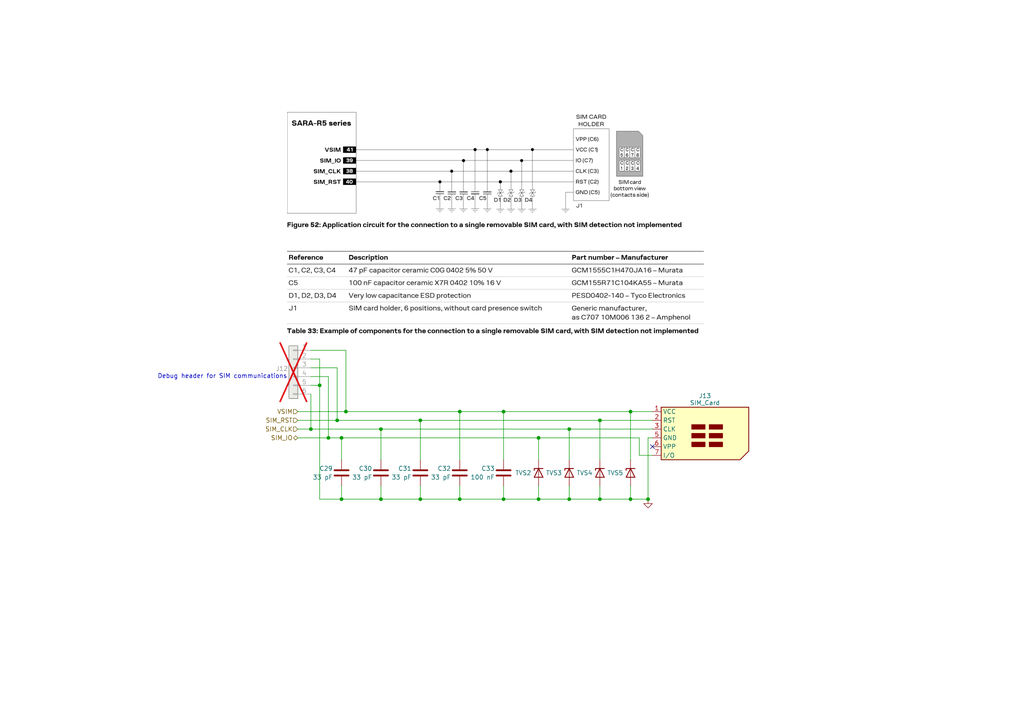
<source format=kicad_sch>
(kicad_sch (version 20231120) (generator "eeschema") (generator_version "8.0")
  (paper "A4")
  (title_block (title "Iida devkit") (date "2024-09-21") (rev "v4.1.0"))
  (lib_symbols
    (symbol "Connector:SIM_Card"
      (property "Reference" "J" (at -2.54 12.7 0))
      (property "Value" "SIM_Card" (at -1.27 10.16 0))
      (symbol "SIM_Card_0_1"
        (rectangle (start -1.27 -2.54) (end 2.54 -1.27) (stroke (width 0.254)) (fill (type outline)))
        (rectangle (start -1.27 0) (end 2.54 1.27) (stroke (width 0.254)) (fill (type outline)))
        (rectangle (start -1.27 2.54) (end 2.54 3.81) (stroke (width 0.254)) (fill (type outline)))
        (polyline (pts (xy -10.16 8.89) (xy 15.24 8.89) (xy 15.24 -3.81) (xy 12.7 -6.35) (xy -10.16 -6.35) (xy -10.16 8.89)) (stroke (width 0.254)) (fill (type background)))
        (rectangle (start 3.81 -1.27) (end 7.62 -2.54) (stroke (width 0.254)) (fill (type outline)))
        (rectangle (start 3.81 0) (end 7.62 1.27) (stroke (width 0.254)) (fill (type outline)))
        (rectangle (start 3.81 2.54) (end 7.62 3.81) (stroke (width 0.254)) (fill (type outline)))
      )
      (symbol "SIM_Card_1_1"
        (pin power_in line (at -12.7 7.62 0) (length 2.54) (name "VCC") (number "1"))
        (pin input line (at -12.7 5.08 0) (length 2.54) (name "RST") (number "2"))
        (pin input line (at -12.7 2.54 0) (length 2.54) (name "CLK") (number "3"))
        (pin power_in line (at -12.7 0 0) (length 2.54) (name "GND") (number "5"))
        (pin input line (at -12.7 -2.54 0) (length 2.54) (name "VPP") (number "6"))
        (pin bidirectional line (at -12.7 -5.08 0) (length 2.54) (name "I/O") (number "7"))
      )
    )
    (symbol "Connector_Generic:Conn_01x06" (pin_names (offset 1.016) hide)
      (property "Reference" "J" (at 0 7.62 0))
      (property "Value" "Conn_01x06" (at 0 -10.16 0))
      (symbol "Conn_01x06_1_1"
        (rectangle (start -1.27 -7.493) (end 0 -7.747) (stroke (width 0.1524)))
        (rectangle (start -1.27 -4.953) (end 0 -5.207) (stroke (width 0.1524)))
        (rectangle (start -1.27 -2.413) (end 0 -2.667) (stroke (width 0.1524)))
        (rectangle (start -1.27 0.127) (end 0 -0.127) (stroke (width 0.1524)))
        (rectangle (start -1.27 2.667) (end 0 2.413) (stroke (width 0.1524)))
        (rectangle (start -1.27 5.207) (end 0 4.953) (stroke (width 0.1524)))
        (rectangle (start -1.27 6.35) (end 1.27 -8.89) (stroke (width 0.254)) (fill (type background)))
        (pin passive line (at -5.08 5.08 0) (length 3.81) (name "Pin_1") (number "1"))
        (pin passive line (at -5.08 2.54 0) (length 3.81) (name "Pin_2") (number "2"))
        (pin passive line (at -5.08 0 0) (length 3.81) (name "Pin_3") (number "3"))
        (pin passive line (at -5.08 -2.54 0) (length 3.81) (name "Pin_4") (number "4"))
        (pin passive line (at -5.08 -5.08 0) (length 3.81) (name "Pin_5") (number "5"))
        (pin passive line (at -5.08 -7.62 0) (length 3.81) (name "Pin_6") (number "6"))
      )
    )
    (symbol "Device:C" (pin_numbers hide) (pin_names (offset 0.254))
      (property "Reference" "C" (at 0.635 2.54 0))
      (property "Value" "C" (at 0.635 -2.54 0))
      (symbol "C_0_1"
        (polyline (pts (xy -2.032 -0.762) (xy 2.032 -0.762)) (stroke (width 0.508)))
        (polyline (pts (xy -2.032 0.762) (xy 2.032 0.762)) (stroke (width 0.508)))
      )
      (symbol "C_1_1"
        (pin passive line (at 0 3.81 270) (length 2.794) (name "~") (number "1"))
        (pin passive line (at 0 -3.81 90) (length 2.794) (name "~") (number "2"))
      )
    )
    (symbol "Device:D_Zener" (pin_numbers hide) (pin_names (offset 1.016) hide)
      (property "Reference" "D" (at 0 2.54 0))
      (property "Value" "D_Zener" (at 0 -2.54 0))
      (symbol "D_Zener_0_1"
        (polyline (pts (xy 1.27 0) (xy -1.27 0)))
        (polyline (pts (xy -1.27 -1.27) (xy -1.27 1.27) (xy -0.762 1.27)) (stroke (width 0.254)))
        (polyline (pts (xy 1.27 -1.27) (xy 1.27 1.27) (xy -1.27 0) (xy 1.27 -1.27)) (stroke (width 0.254)))
      )
      (symbol "D_Zener_1_1"
        (pin passive line (at -3.81 0 0) (length 2.54) (name "K") (number "1"))
        (pin passive line (at 3.81 0 180) (length 2.54) (name "A") (number "2"))
      )
    )
    (symbol "power:GND" (power) (pin_numbers hide) (pin_names (offset 0) hide)
      (property "Value" "GND" (at 0 -3.81 0))
      (symbol "GND_0_1"
        (polyline (pts (xy 0 0) (xy 0 -1.27) (xy 1.27 -1.27) (xy 0 -2.54) (xy -1.27 -1.27) (xy 0 -1.27)))
      )
      (symbol "GND_1_1"
        (pin power_in line (at 0 0 270) (length 0) (name "~") (number "1"))
      )
    )
  )
  (junction (at 187.96 144.78))
  (junction (at 92.71 111.76))
  (junction (at 146.05 144.78))
  (junction (at 156.21 144.78))
  (junction (at 165.1 124.46))
  (junction (at 99.06 144.78))
  (junction (at 110.49 144.78))
  (junction (at 156.21 127))
  (junction (at 165.1 144.78))
  (junction (at 133.35 119.38))
  (junction (at 99.06 127))
  (junction (at 173.99 144.78))
  (junction (at 121.92 144.78))
  (junction (at 182.88 144.78))
  (junction (at 97.79 121.92))
  (junction (at 100.33 119.38))
  (junction (at 95.25 127))
  (junction (at 133.35 144.78))
  (junction (at 182.88 119.38))
  (junction (at 90.17 124.46))
  (junction (at 110.49 124.46))
  (junction (at 121.92 121.92))
  (junction (at 146.05 119.38))
  (junction (at 173.99 121.92))
  (no_connect (at 189.23 129.54))
  (wire (pts (xy 97.79 106.68) (xy 97.79 121.92)))
  (wire (pts (xy 121.92 121.92) (xy 173.99 121.92)))
  (wire (pts (xy 92.71 144.78) (xy 99.06 144.78)))
  (wire (pts (xy 146.05 140.97) (xy 146.05 144.78)))
  (wire (pts (xy 90.17 106.68) (xy 97.79 106.68)))
  (wire (pts (xy 99.06 127) (xy 99.06 133.35)))
  (wire (pts (xy 86.36 127) (xy 95.25 127)))
  (wire (pts (xy 99.06 144.78) (xy 110.49 144.78)))
  (wire (pts (xy 156.21 127) (xy 185.42 127)))
  (wire (pts (xy 90.17 114.3) (xy 90.17 124.46)))
  (wire (pts (xy 146.05 119.38) (xy 182.88 119.38)))
  (wire (pts (xy 187.96 127) (xy 187.96 144.78)))
  (wire (pts (xy 173.99 144.78) (xy 182.88 144.78)))
  (wire (pts (xy 133.35 119.38) (xy 133.35 133.35)))
  (wire (pts (xy 146.05 144.78) (xy 156.21 144.78)))
  (wire (pts (xy 121.92 144.78) (xy 133.35 144.78)))
  (wire (pts (xy 86.36 119.38) (xy 100.33 119.38)))
  (wire (pts (xy 165.1 124.46) (xy 165.1 133.35)))
  (wire (pts (xy 146.05 119.38) (xy 146.05 133.35)))
  (wire (pts (xy 156.21 140.97) (xy 156.21 144.78)))
  (wire (pts (xy 173.99 121.92) (xy 189.23 121.92)))
  (wire (pts (xy 100.33 101.6) (xy 100.33 119.38)))
  (wire (pts (xy 121.92 140.97) (xy 121.92 144.78)))
  (wire (pts (xy 110.49 124.46) (xy 110.49 133.35)))
  (wire (pts (xy 133.35 119.38) (xy 146.05 119.38)))
  (wire (pts (xy 99.06 127) (xy 156.21 127)))
  (wire (pts (xy 173.99 121.92) (xy 173.99 133.35)))
  (wire (pts (xy 182.88 119.38) (xy 189.23 119.38)))
  (wire (pts (xy 100.33 119.38) (xy 133.35 119.38)))
  (wire (pts (xy 86.36 124.46) (xy 90.17 124.46)))
  (wire (pts (xy 99.06 140.97) (xy 99.06 144.78)))
  (wire (pts (xy 95.25 109.22) (xy 95.25 127)))
  (wire (pts (xy 92.71 111.76) (xy 92.71 144.78)))
  (wire (pts (xy 189.23 127) (xy 187.96 127)))
  (wire (pts (xy 90.17 111.76) (xy 92.71 111.76)))
  (wire (pts (xy 90.17 104.14) (xy 92.71 104.14)))
  (wire (pts (xy 121.92 121.92) (xy 121.92 133.35)))
  (wire (pts (xy 185.42 132.08) (xy 189.23 132.08)))
  (wire (pts (xy 90.17 109.22) (xy 95.25 109.22)))
  (wire (pts (xy 182.88 119.38) (xy 182.88 133.35)))
  (wire (pts (xy 110.49 124.46) (xy 165.1 124.46)))
  (wire (pts (xy 182.88 144.78) (xy 187.96 144.78)))
  (wire (pts (xy 156.21 127) (xy 156.21 133.35)))
  (wire (pts (xy 92.71 104.14) (xy 92.71 111.76)))
  (wire (pts (xy 97.79 121.92) (xy 121.92 121.92)))
  (wire (pts (xy 165.1 144.78) (xy 173.99 144.78)))
  (wire (pts (xy 90.17 101.6) (xy 100.33 101.6)))
  (wire (pts (xy 133.35 140.97) (xy 133.35 144.78)))
  (wire (pts (xy 133.35 144.78) (xy 146.05 144.78)))
  (wire (pts (xy 173.99 140.97) (xy 173.99 144.78)))
  (wire (pts (xy 165.1 124.46) (xy 189.23 124.46)))
  (wire (pts (xy 156.21 144.78) (xy 165.1 144.78)))
  (wire (pts (xy 165.1 140.97) (xy 165.1 144.78)))
  (wire (pts (xy 185.42 127) (xy 185.42 132.08)))
  (wire (pts (xy 95.25 127) (xy 99.06 127)))
  (wire (pts (xy 182.88 140.97) (xy 182.88 144.78)))
  (wire (pts (xy 90.17 124.46) (xy 110.49 124.46)))
  (wire (pts (xy 110.49 140.97) (xy 110.49 144.78)))
  (wire (pts (xy 86.36 121.92) (xy 97.79 121.92)))
  (wire (pts (xy 110.49 144.78) (xy 121.92 144.78)))
  (image (at 143.51 64.77) (scale 0.25484))
  (text "Debug header for SIM communications" (at 83.312 109.22 0) (effects (font (size 1.27 1.27)) (justify right)))
  (hierarchical_label "VSIM" (shape input) (at 86.36 119.38 180))
  (hierarchical_label "SIM_RST" (shape input) (at 86.36 121.92 180))
  (hierarchical_label "SIM_CLK" (shape input) (at 86.36 124.46 180))
  (hierarchical_label "SIM_IO" (shape bidirectional) (at 86.36 127 180))
  (symbol (lib_id "Device:C") (at 146.05 137.16 0) (mirror y) (unit 1)
    (property "Reference" "C33" (at 143.51 135.89 0) (effects (justify left)))
    (property "Value" "100 nF" (at 143.51 138.43 0) (effects (justify left)))
    (property "Footprint" "perfect_footprints:0402_1005_perfect" (effects (hide yes)))
    (property "Manufacturer" "Murata Electronics" (effects (hide yes)))
    (property "Manufacturer Part Number" "GCM155R71C104KA55J" (effects (hide yes)))
    (property "Digi-Key Part Number" "490-7998-1-ND" (effects (hide yes)))
  )
  (symbol (lib_id "Connector_Generic:Conn_01x06") (at 85.09 106.68 0) (mirror y) (unit 1) (dnp yes)
    (property "Reference" "J12" (at 83.566 106.934 0) (effects (justify left)))
    (property "Value" "Conn_01x06" (effects (hide yes)))
    (property "Footprint" "Connector_PinHeader_2.54mm:PinHeader_1x06_P2.54mm_Vertical" (effects (hide yes)))
    (property "Description" "Generic connector, single row, 01x06, script generated (kicad-library-utils/schlib/autogen/connector/)" (effects (hide yes)))
    (property "Digi-Key Part Number" "S1011EC-06-ND" (effects (hide yes)))
    (property "Manufacturer" "Sullins Connector Solutions" (effects (hide yes)))
    (property "Manufacturer Part Number" "PRPC006SAAN-RC" (effects (hide yes)))
  )
  (symbol (lib_id "Device:D_Zener") (at 165.1 137.16 90) (mirror x) (unit 1)
    (property "Reference" "TVS3" (at 160.655 137.16 90))
    (property "Value" "PE1605M1Q_R1_00001" (effects (hide yes)))
    (property "Footprint" "Diode_SMD:D_0402_1005Metric" (effects (hide yes)))
    (property "Digi-Key Part Number" "3757-PE1605M1Q_R1_00001CT-ND" (effects (hide yes)))
    (property "Manufacturer" "Panjit International Inc." (effects (hide yes)))
    (property "Manufacturer Part Number" "PE1605M1Q_R1_00001" (effects (hide yes)))
  )
  (symbol (lib_id "Device:C") (at 110.49 137.16 0) (unit 1)
    (property "Reference" "C30" (at 107.95 135.89 0) (effects (justify right)))
    (property "Value" "33 pF" (at 107.95 138.43 0) (effects (justify right)))
    (property "Footprint" "perfect_footprints:0402_1005_perfect" (effects (hide yes)))
    (property "Digi-Key Part Number" "490-5936-1-ND" (effects (hide yes)))
    (property "Manufacturer" "Murata Electronics" (effects (hide yes)))
    (property "Manufacturer Part Number" "GRM1555C1H330JA01D" (effects (hide yes)))
  )
  (symbol (lib_id "Device:C") (at 99.06 137.16 0) (unit 1)
    (property "Reference" "C29" (at 96.52 135.89 0) (effects (justify right)))
    (property "Value" "33 pF" (at 96.52 138.43 0) (effects (justify right)))
    (property "Footprint" "perfect_footprints:0402_1005_perfect" (effects (hide yes)))
    (property "Digi-Key Part Number" "490-5936-1-ND" (effects (hide yes)))
    (property "Manufacturer" "Murata Electronics" (effects (hide yes)))
    (property "Manufacturer Part Number" "GRM1555C1H330JA01D" (effects (hide yes)))
  )
  (symbol (lib_id "Device:D_Zener") (at 182.88 137.16 90) (mirror x) (unit 1)
    (property "Reference" "TVS5" (at 178.435 137.16 90))
    (property "Value" "PE1605M1Q_R1_00001" (effects (hide yes)))
    (property "Footprint" "Diode_SMD:D_0402_1005Metric" (effects (hide yes)))
    (property "Digi-Key Part Number" "3757-PE1605M1Q_R1_00001CT-ND" (effects (hide yes)))
    (property "Manufacturer" "Panjit International Inc." (effects (hide yes)))
    (property "Manufacturer Part Number" "PE1605M1Q_R1_00001" (effects (hide yes)))
  )
  (symbol (lib_id "Device:D_Zener") (at 156.21 137.16 90) (mirror x) (unit 1)
    (property "Reference" "TVS2" (at 151.765 137.16 90))
    (property "Value" "PE1605M1Q_R1_00001" (effects (hide yes)))
    (property "Footprint" "Diode_SMD:D_0402_1005Metric" (effects (hide yes)))
    (property "Digi-Key Part Number" "3757-PE1605M1Q_R1_00001CT-ND" (effects (hide yes)))
    (property "Manufacturer" "Panjit International Inc." (effects (hide yes)))
    (property "Manufacturer Part Number" "PE1605M1Q_R1_00001" (effects (hide yes)))
  )
  (symbol (lib_id "Device:C") (at 121.92 137.16 0) (unit 1)
    (property "Reference" "C31" (at 119.38 135.89 0) (effects (justify right)))
    (property "Value" "33 pF" (at 119.38 138.43 0) (effects (justify right)))
    (property "Footprint" "perfect_footprints:0402_1005_perfect" (effects (hide yes)))
    (property "Digi-Key Part Number" "490-5936-1-ND" (effects (hide yes)))
    (property "Manufacturer" "Murata Electronics" (effects (hide yes)))
    (property "Manufacturer Part Number" "GRM1555C1H330JA01D" (effects (hide yes)))
  )
  (symbol (lib_id "Connector:SIM_Card") (at 201.93 127 0) (unit 1)
    (property "Reference" "J13" (at 204.47 114.808 0))
    (property "Value" "SIM_Card" (at 204.47 116.84 0))
    (property "Footprint" "SIM8070-6-0-11-00-A:SIM8070-6-0-11-00-A" (effects (hide yes)))
    (property "Description" "SIM Card" (effects (hide yes)))
    (property "Digi-Key Part Number" "2073-SIM8070-6-0-11-00-ACT-ND" (effects (hide yes)))
    (property "Manufacturer" "GCT" (effects (hide yes)))
    (property "Manufacturer Part Number" "SIM8070-6-0-11-00-A" (effects (hide yes)))
  )
  (symbol (lib_id "Device:D_Zener") (at 173.99 137.16 90) (mirror x) (unit 1)
    (property "Reference" "TVS4" (at 169.545 137.16 90))
    (property "Value" "PE1605M1Q_R1_00001" (effects (hide yes)))
    (property "Footprint" "Diode_SMD:D_0402_1005Metric" (effects (hide yes)))
    (property "Digi-Key Part Number" "3757-PE1605M1Q_R1_00001CT-ND" (effects (hide yes)))
    (property "Manufacturer" "Panjit International Inc." (effects (hide yes)))
    (property "Manufacturer Part Number" "PE1605M1Q_R1_00001" (effects (hide yes)))
  )
  (symbol (lib_id "power:GND") (at 187.96 144.78 0) (unit 1)
    (property "Reference" "#PWR024" (effects (hide yes)))
    (property "Value" "GND" (effects (hide yes)))
    (property "Description" "Power symbol creates a global label with name \"GND\" , ground" (effects (hide yes)))
  )
  (symbol (lib_id "Device:C") (at 133.35 137.16 0) (unit 1)
    (property "Reference" "C32" (at 130.81 135.89 0) (effects (justify right)))
    (property "Value" "33 pF" (at 130.81 138.43 0) (effects (justify right)))
    (property "Footprint" "perfect_footprints:0402_1005_perfect" (effects (hide yes)))
    (property "Digi-Key Part Number" "490-5936-1-ND" (effects (hide yes)))
    (property "Manufacturer" "Murata Electronics" (effects (hide yes)))
    (property "Manufacturer Part Number" "GRM1555C1H330JA01D" (effects (hide yes)))
  )
)
</source>
